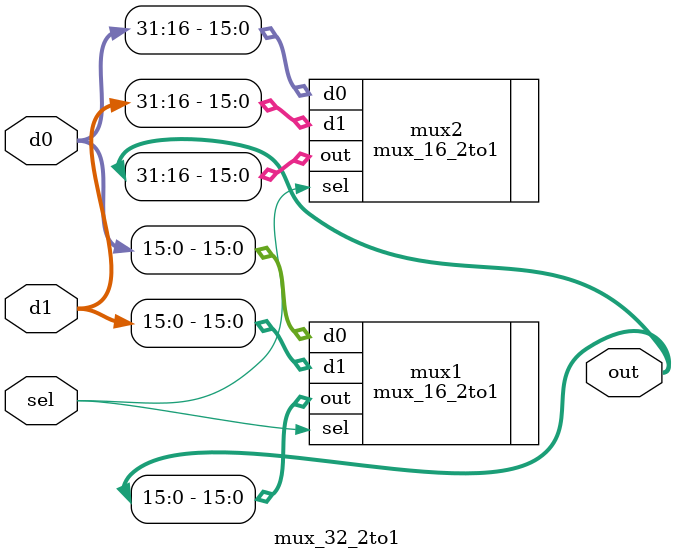
<source format=v>
module mux_32_2to1 (
    input [31:0] d0, d1,
    input sel,
    output [31:0] out
);

mux_16_2to1 mux1(.d0(d0[15:0]), .d1(d1[15:0]), .sel(sel), .out(out[15:0]));
mux_16_2to1 mux2(.d0(d0[31:16]), .d1(d1[31:16]), .sel(sel), .out(out[31:16]));

endmodule

</source>
